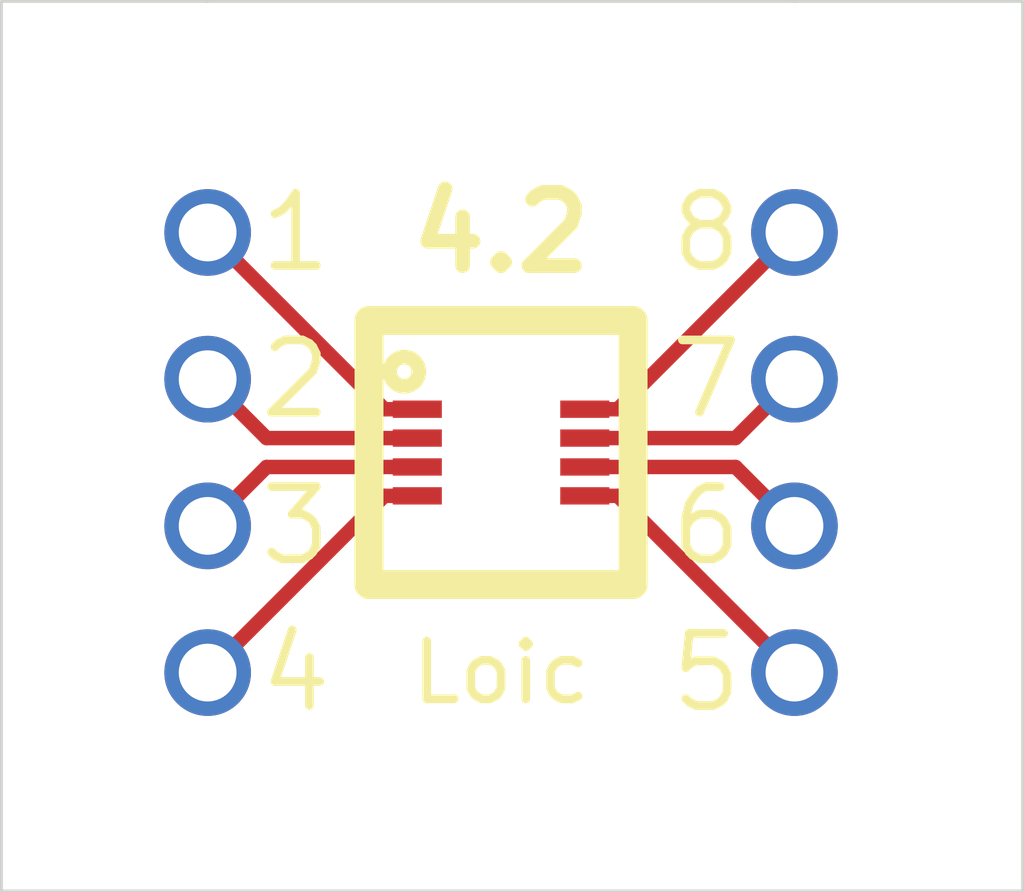
<source format=kicad_pcb>
(kicad_pcb (version 20171130) (host pcbnew "(5.1.10)-1")

  (general
    (thickness 1.6)
    (drawings 10)
    (tracks 16)
    (zones 0)
    (modules 1)
    (nets 1)
  )

  (page A4)
  (layers
    (0 F.Cu signal)
    (31 B.Cu signal)
    (32 B.Adhes user)
    (33 F.Adhes user)
    (34 B.Paste user)
    (35 F.Paste user)
    (36 B.SilkS user)
    (37 F.SilkS user)
    (38 B.Mask user)
    (39 F.Mask user)
    (40 Dwgs.User user)
    (41 Cmts.User user)
    (42 Eco1.User user)
    (43 Eco2.User user)
    (44 Edge.Cuts user)
    (45 Margin user)
    (46 B.CrtYd user)
    (47 F.CrtYd user)
    (48 B.Fab user)
    (49 F.Fab user)
  )

  (setup
    (last_trace_width 0.25)
    (trace_clearance 0.2)
    (zone_clearance 0.508)
    (zone_45_only no)
    (trace_min 0.2)
    (via_size 0.8)
    (via_drill 0.4)
    (via_min_size 0.4)
    (via_min_drill 0.3)
    (uvia_size 0.3)
    (uvia_drill 0.1)
    (uvias_allowed no)
    (uvia_min_size 0.2)
    (uvia_min_drill 0.1)
    (edge_width 0.05)
    (segment_width 0.2)
    (pcb_text_width 0.3)
    (pcb_text_size 1.5 1.5)
    (mod_edge_width 0.12)
    (mod_text_size 1 1)
    (mod_text_width 0.15)
    (pad_size 0.3 0.85)
    (pad_drill 0)
    (pad_to_mask_clearance 0)
    (aux_axis_origin 0 0)
    (visible_elements 7FFFFFFF)
    (pcbplotparams
      (layerselection 0x010fc_ffffffff)
      (usegerberextensions false)
      (usegerberattributes true)
      (usegerberadvancedattributes true)
      (creategerberjobfile true)
      (excludeedgelayer true)
      (linewidth 0.100000)
      (plotframeref false)
      (viasonmask false)
      (mode 1)
      (useauxorigin false)
      (hpglpennumber 1)
      (hpglpenspeed 20)
      (hpglpendiameter 15.000000)
      (psnegative false)
      (psa4output false)
      (plotreference true)
      (plotvalue true)
      (plotinvisibletext false)
      (padsonsilk false)
      (subtractmaskfromsilk false)
      (outputformat 1)
      (mirror false)
      (drillshape 1)
      (scaleselection 1)
      (outputdirectory ""))
  )

  (net 0 "")

  (net_class Default "This is the default net class."
    (clearance 0.2)
    (trace_width 0.25)
    (via_dia 0.8)
    (via_drill 0.4)
    (uvia_dia 0.3)
    (uvia_drill 0.1)
  )

  (module 4:newfinalFootPrint (layer F.Cu) (tedit 60C2A9EC) (tstamp 60C2ED5A)
    (at 165.1 110.49)
    (descr "8-Lead Lead Frame Chip Scale Package [LFCSP]")
    (tags "Integrated Circuit")
    (attr smd)
    (fp_text reference 4.2 (at 0 -3.81) (layer F.SilkS)
      (effects (font (size 1.27 1.27) (thickness 0.254)))
    )
    (fp_text value " " (at 0.254 -6.35) (layer F.SilkS) hide
      (effects (font (size 1.27 1.27) (thickness 0.254)))
    )
    (fp_text user 5 (at 3.556 3.81) (layer F.SilkS)
      (effects (font (size 1.25 1.25) (thickness 0.15)))
    )
    (fp_text user 6 (at 3.556 1.27) (layer F.SilkS)
      (effects (font (size 1.25 1.25) (thickness 0.15)))
    )
    (fp_text user 7 (at 3.556 -1.27) (layer F.SilkS)
      (effects (font (size 1.25 1.25) (thickness 0.15)))
    )
    (fp_text user 8 (at 3.556 -3.81) (layer F.SilkS)
      (effects (font (size 1.25 1.25) (thickness 0.15)))
    )
    (fp_text user 4 (at -3.556 3.81) (layer F.SilkS)
      (effects (font (size 1.25 1.25) (thickness 0.15)))
    )
    (fp_text user 3 (at -3.556 1.27) (layer F.SilkS)
      (effects (font (size 1.25 1.25) (thickness 0.15)))
    )
    (fp_text user 2 (at -3.556 -1.27) (layer F.SilkS)
      (effects (font (size 1.25 1.25) (thickness 0.15)))
    )
    (fp_text user 1 (at -3.556 -3.81) (layer F.SilkS)
      (effects (font (size 1.25 1.25) (thickness 0.15)))
    )
    (fp_text user Loic (at 0 3.81) (layer F.SilkS)
      (effects (font (size 1 1) (thickness 0.15)))
    )
    (fp_line (start -2.286 -2.286) (end 2.286 -2.286) (layer F.SilkS) (width 0.5))
    (fp_line (start -2.286 2.286) (end -2.286 -2.286) (layer F.SilkS) (width 0.5))
    (fp_line (start 2.286 2.286) (end -2.286 2.286) (layer F.SilkS) (width 0.5))
    (fp_line (start 2.286 -2.286) (end 2.286 2.286) (layer F.SilkS) (width 0.5))
    (fp_circle (center -1.675 -1.4) (end -1.55 -1.4) (layer F.SilkS) (width 0.254))
    (fp_line (start -1.5 -0.75) (end -0.75 -1.5) (layer Dwgs.User) (width 0.1))
    (fp_line (start -1.5 1.5) (end -1.5 -1.5) (layer Dwgs.User) (width 0.1))
    (fp_line (start 1.5 1.5) (end -1.5 1.5) (layer Dwgs.User) (width 0.1))
    (fp_line (start 1.5 -1.5) (end 1.5 1.5) (layer Dwgs.User) (width 0.1))
    (fp_line (start -1.5 -1.5) (end 1.5 -1.5) (layer Dwgs.User) (width 0.1))
    (fp_line (start -2.125 1.8) (end -2.125 -1.8) (layer Dwgs.User) (width 0.05))
    (fp_line (start 2.125 1.8) (end -2.125 1.8) (layer Dwgs.User) (width 0.05))
    (fp_line (start 2.125 -1.8) (end 2.125 1.8) (layer Dwgs.User) (width 0.05))
    (fp_line (start -2.125 -1.8) (end 2.125 -1.8) (layer Dwgs.User) (width 0.05))
    (pad 1 thru_hole circle (at -5.08 -3.81) (size 1.5 1.5) (drill 1) (layers *.Cu *.Mask))
    (pad 2 thru_hole circle (at -5.08 -1.27) (size 1.5 1.5) (drill 1) (layers *.Cu *.Mask))
    (pad 3 thru_hole circle (at -5.08 1.27) (size 1.5 1.5) (drill 1) (layers *.Cu *.Mask))
    (pad 4 thru_hole circle (at -5.08 3.81) (size 1.5 1.5) (drill 1) (layers *.Cu *.Mask))
    (pad 5 thru_hole circle (at 5.08 3.81) (size 1.5 1.5) (drill 1) (layers *.Cu *.Mask))
    (pad 6 thru_hole circle (at 5.08 1.27) (size 1.5 1.5) (drill 1) (layers *.Cu *.Mask))
    (pad 7 thru_hole circle (at 5.08 -1.27) (size 1.5 1.5) (drill 1) (layers *.Cu *.Mask))
    (pad 8 thru_hole circle (at 5.08 -3.81) (size 1.5 1.5) (drill 1) (layers *.Cu *.Mask))
    (pad 8 smd rect (at 1.45 -0.75 90) (size 0.3 0.85) (layers F.Cu F.Paste F.Mask))
    (pad 7 smd rect (at 1.45 -0.25 90) (size 0.3 0.85) (layers F.Cu F.Paste F.Mask))
    (pad 6 smd rect (at 1.45 0.25 90) (size 0.3 0.85) (layers F.Cu F.Paste F.Mask))
    (pad 5 smd rect (at 1.45 0.75 90) (size 0.3 0.85) (layers F.Cu F.Paste F.Mask))
    (pad 4 smd rect (at -1.45 0.75 90) (size 0.3 0.85) (layers F.Cu F.Paste F.Mask))
    (pad 3 smd rect (at -1.45 0.25 90) (size 0.3 0.85) (layers F.Cu F.Paste F.Mask))
    (pad 2 smd rect (at -1.45 -0.25 90) (size 0.3 0.85) (layers F.Cu F.Paste F.Mask))
    (pad 1 smd rect (at -1.45 -0.75 90) (size 0.3 0.85) (layers F.Cu F.Paste F.Mask))
  )

  (gr_line (start 160.02 102.68) (end 160 102.68) (layer Edge.Cuts) (width 0.05) (tstamp 60C2EDE1))
  (gr_line (start 156.45 102.68) (end 160.02 102.68) (layer Edge.Cuts) (width 0.05))
  (gr_line (start 156.45 118.08) (end 156.45 102.68) (layer Edge.Cuts) (width 0.05))
  (gr_line (start 174.13 118.08) (end 156.45 118.08) (layer Edge.Cuts) (width 0.05))
  (gr_line (start 174.13 114.33) (end 174.13 118.08) (layer Edge.Cuts) (width 0.05))
  (gr_line (start 170.18 102.68) (end 170.19 102.68) (layer Edge.Cuts) (width 0.05))
  (gr_line (start 174.13 102.68) (end 170.18 102.68) (layer Edge.Cuts) (width 0.05))
  (gr_line (start 174.13 106.68) (end 174.13 102.68) (layer Edge.Cuts) (width 0.05))
  (gr_line (start 174.13 106.68) (end 174.13 114.33) (layer Edge.Cuts) (width 0.05))
  (gr_line (start 170.18 102.68) (end 160 102.68) (layer Edge.Cuts) (width 0.05))

  (segment (start 167.12 109.74) (end 170.18 106.68) (width 0.25) (layer F.Cu) (net 0))
  (segment (start 166.55 109.74) (end 167.12 109.74) (width 0.25) (layer F.Cu) (net 0))
  (segment (start 169.16 110.24) (end 170.18 109.22) (width 0.25) (layer F.Cu) (net 0))
  (segment (start 166.55 110.24) (end 169.16 110.24) (width 0.25) (layer F.Cu) (net 0))
  (segment (start 169.16 110.74) (end 170.18 111.76) (width 0.25) (layer F.Cu) (net 0))
  (segment (start 166.55 110.74) (end 169.16 110.74) (width 0.25) (layer F.Cu) (net 0))
  (segment (start 167.12 111.24) (end 170.18 114.3) (width 0.25) (layer F.Cu) (net 0))
  (segment (start 166.55 111.24) (end 167.12 111.24) (width 0.25) (layer F.Cu) (net 0))
  (segment (start 163.08 111.24) (end 160.02 114.3) (width 0.25) (layer F.Cu) (net 0))
  (segment (start 163.65 111.24) (end 163.08 111.24) (width 0.25) (layer F.Cu) (net 0))
  (segment (start 161.04 110.74) (end 160.02 111.76) (width 0.25) (layer F.Cu) (net 0))
  (segment (start 163.65 110.74) (end 161.04 110.74) (width 0.25) (layer F.Cu) (net 0))
  (segment (start 161.04 110.24) (end 160.02 109.22) (width 0.25) (layer F.Cu) (net 0))
  (segment (start 163.65 110.24) (end 161.04 110.24) (width 0.25) (layer F.Cu) (net 0))
  (segment (start 163.08 109.74) (end 160.02 106.68) (width 0.25) (layer F.Cu) (net 0))
  (segment (start 163.65 109.74) (end 163.08 109.74) (width 0.25) (layer F.Cu) (net 0))

)

</source>
